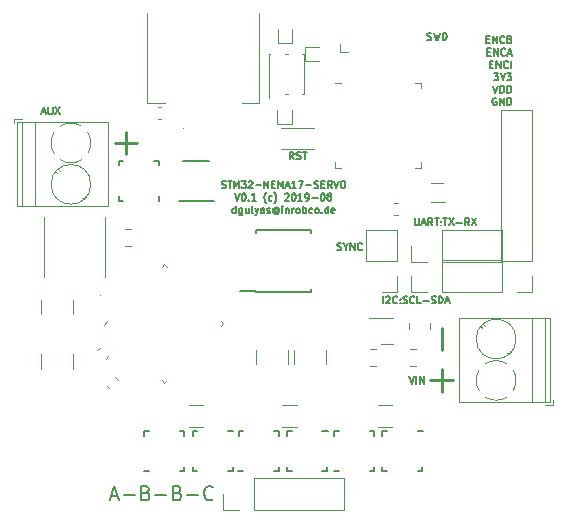
<source format=gto>
G04 #@! TF.GenerationSoftware,KiCad,Pcbnew,(5.1.0-1390-gc38e9d5c4)*
G04 #@! TF.CreationDate,2019-08-14T17:07:38-04:00*
G04 #@! TF.ProjectId,stm32-nema17-servo,73746d33-322d-46e6-956d-6131372d7365,rev?*
G04 #@! TF.SameCoordinates,Original*
G04 #@! TF.FileFunction,Legend,Top*
G04 #@! TF.FilePolarity,Positive*
%FSLAX46Y46*%
G04 Gerber Fmt 4.6, Leading zero omitted, Abs format (unit mm)*
G04 Created by KiCad (PCBNEW (5.1.0-1390-gc38e9d5c4)) date 2019-08-14 17:07:38*
%MOMM*%
%LPD*%
G04 APERTURE LIST*
%ADD10C,0.250000*%
%ADD11C,0.150000*%
%ADD12C,0.200000*%
%ADD13C,0.120000*%
%ADD14C,0.100000*%
G04 APERTURE END LIST*
D10*
X163378571Y-127552380D02*
X163378571Y-125647619D01*
D11*
X162185714Y-101242857D02*
X162271428Y-101271428D01*
X162414285Y-101271428D01*
X162471428Y-101242857D01*
X162500000Y-101214285D01*
X162528571Y-101157142D01*
X162528571Y-101100000D01*
X162500000Y-101042857D01*
X162471428Y-101014285D01*
X162414285Y-100985714D01*
X162300000Y-100957142D01*
X162242857Y-100928571D01*
X162214285Y-100900000D01*
X162185714Y-100842857D01*
X162185714Y-100785714D01*
X162214285Y-100728571D01*
X162242857Y-100700000D01*
X162300000Y-100671428D01*
X162442857Y-100671428D01*
X162528571Y-100700000D01*
X162728571Y-100671428D02*
X162871428Y-101271428D01*
X162985714Y-100842857D01*
X163100000Y-101271428D01*
X163242857Y-100671428D01*
X163471428Y-101271428D02*
X163471428Y-100671428D01*
X163614285Y-100671428D01*
X163700000Y-100700000D01*
X163757142Y-100757142D01*
X163785714Y-100814285D01*
X163814285Y-100928571D01*
X163814285Y-101014285D01*
X163785714Y-101128571D01*
X163757142Y-101185714D01*
X163700000Y-101242857D01*
X163614285Y-101271428D01*
X163471428Y-101271428D01*
X160642857Y-129771428D02*
X160842857Y-130371428D01*
X161042857Y-129771428D01*
X161242857Y-130371428D02*
X161242857Y-129771428D01*
X161528571Y-130371428D02*
X161528571Y-129771428D01*
X161871428Y-130371428D01*
X161871428Y-129771428D01*
D10*
X136678571Y-110952380D02*
X136678571Y-109047619D01*
X137630952Y-110000000D02*
X135726190Y-110000000D01*
D11*
X144757142Y-113792857D02*
X144842857Y-113821428D01*
X144985714Y-113821428D01*
X145042857Y-113792857D01*
X145071428Y-113764285D01*
X145100000Y-113707142D01*
X145100000Y-113650000D01*
X145071428Y-113592857D01*
X145042857Y-113564285D01*
X144985714Y-113535714D01*
X144871428Y-113507142D01*
X144814285Y-113478571D01*
X144785714Y-113450000D01*
X144757142Y-113392857D01*
X144757142Y-113335714D01*
X144785714Y-113278571D01*
X144814285Y-113250000D01*
X144871428Y-113221428D01*
X145014285Y-113221428D01*
X145100000Y-113250000D01*
X145271428Y-113221428D02*
X145614285Y-113221428D01*
X145442857Y-113821428D02*
X145442857Y-113221428D01*
X145814285Y-113821428D02*
X145814285Y-113221428D01*
X146014285Y-113650000D01*
X146214285Y-113221428D01*
X146214285Y-113821428D01*
X146442857Y-113221428D02*
X146814285Y-113221428D01*
X146614285Y-113450000D01*
X146700000Y-113450000D01*
X146757142Y-113478571D01*
X146785714Y-113507142D01*
X146814285Y-113564285D01*
X146814285Y-113707142D01*
X146785714Y-113764285D01*
X146757142Y-113792857D01*
X146700000Y-113821428D01*
X146528571Y-113821428D01*
X146471428Y-113792857D01*
X146442857Y-113764285D01*
X147042857Y-113278571D02*
X147071428Y-113250000D01*
X147128571Y-113221428D01*
X147271428Y-113221428D01*
X147328571Y-113250000D01*
X147357142Y-113278571D01*
X147385714Y-113335714D01*
X147385714Y-113392857D01*
X147357142Y-113478571D01*
X147014285Y-113821428D01*
X147385714Y-113821428D01*
X147642857Y-113592857D02*
X148100000Y-113592857D01*
X148385714Y-113821428D02*
X148385714Y-113221428D01*
X148728571Y-113821428D01*
X148728571Y-113221428D01*
X149014285Y-113507142D02*
X149214285Y-113507142D01*
X149300000Y-113821428D02*
X149014285Y-113821428D01*
X149014285Y-113221428D01*
X149300000Y-113221428D01*
X149557142Y-113821428D02*
X149557142Y-113221428D01*
X149757142Y-113650000D01*
X149957142Y-113221428D01*
X149957142Y-113821428D01*
X150214285Y-113650000D02*
X150500000Y-113650000D01*
X150157142Y-113821428D02*
X150357142Y-113221428D01*
X150557142Y-113821428D01*
X151071428Y-113821428D02*
X150728571Y-113821428D01*
X150900000Y-113821428D02*
X150900000Y-113221428D01*
X150842857Y-113307142D01*
X150785714Y-113364285D01*
X150728571Y-113392857D01*
X151271428Y-113221428D02*
X151671428Y-113221428D01*
X151414285Y-113821428D01*
X151900000Y-113592857D02*
X152357142Y-113592857D01*
X152614285Y-113792857D02*
X152700000Y-113821428D01*
X152842857Y-113821428D01*
X152900000Y-113792857D01*
X152928571Y-113764285D01*
X152957142Y-113707142D01*
X152957142Y-113650000D01*
X152928571Y-113592857D01*
X152900000Y-113564285D01*
X152842857Y-113535714D01*
X152728571Y-113507142D01*
X152671428Y-113478571D01*
X152642857Y-113450000D01*
X152614285Y-113392857D01*
X152614285Y-113335714D01*
X152642857Y-113278571D01*
X152671428Y-113250000D01*
X152728571Y-113221428D01*
X152871428Y-113221428D01*
X152957142Y-113250000D01*
X153214285Y-113507142D02*
X153414285Y-113507142D01*
X153500000Y-113821428D02*
X153214285Y-113821428D01*
X153214285Y-113221428D01*
X153500000Y-113221428D01*
X154100000Y-113821428D02*
X153900000Y-113535714D01*
X153757142Y-113821428D02*
X153757142Y-113221428D01*
X153985714Y-113221428D01*
X154042857Y-113250000D01*
X154071428Y-113278571D01*
X154100000Y-113335714D01*
X154100000Y-113421428D01*
X154071428Y-113478571D01*
X154042857Y-113507142D01*
X153985714Y-113535714D01*
X153757142Y-113535714D01*
X154271428Y-113221428D02*
X154471428Y-113821428D01*
X154671428Y-113221428D01*
X154985714Y-113221428D02*
X155100000Y-113221428D01*
X155157142Y-113250000D01*
X155214285Y-113307142D01*
X155242857Y-113421428D01*
X155242857Y-113621428D01*
X155214285Y-113735714D01*
X155157142Y-113792857D01*
X155100000Y-113821428D01*
X154985714Y-113821428D01*
X154928571Y-113792857D01*
X154871428Y-113735714D01*
X154842857Y-113621428D01*
X154842857Y-113421428D01*
X154871428Y-113307142D01*
X154928571Y-113250000D01*
X154985714Y-113221428D01*
X145885714Y-114271428D02*
X146085714Y-114871428D01*
X146285714Y-114271428D01*
X146600000Y-114271428D02*
X146657142Y-114271428D01*
X146714285Y-114300000D01*
X146742857Y-114328571D01*
X146771428Y-114385714D01*
X146800000Y-114500000D01*
X146800000Y-114642857D01*
X146771428Y-114757142D01*
X146742857Y-114814285D01*
X146714285Y-114842857D01*
X146657142Y-114871428D01*
X146600000Y-114871428D01*
X146542857Y-114842857D01*
X146514285Y-114814285D01*
X146485714Y-114757142D01*
X146457142Y-114642857D01*
X146457142Y-114500000D01*
X146485714Y-114385714D01*
X146514285Y-114328571D01*
X146542857Y-114300000D01*
X146600000Y-114271428D01*
X147057142Y-114814285D02*
X147085714Y-114842857D01*
X147057142Y-114871428D01*
X147028571Y-114842857D01*
X147057142Y-114814285D01*
X147057142Y-114871428D01*
X147657142Y-114871428D02*
X147314285Y-114871428D01*
X147485714Y-114871428D02*
X147485714Y-114271428D01*
X147428571Y-114357142D01*
X147371428Y-114414285D01*
X147314285Y-114442857D01*
X148542857Y-115100000D02*
X148514285Y-115071428D01*
X148457142Y-114985714D01*
X148428571Y-114928571D01*
X148400000Y-114842857D01*
X148371428Y-114700000D01*
X148371428Y-114585714D01*
X148400000Y-114442857D01*
X148428571Y-114357142D01*
X148457142Y-114300000D01*
X148514285Y-114214285D01*
X148542857Y-114185714D01*
X149028571Y-114842857D02*
X148971428Y-114871428D01*
X148857142Y-114871428D01*
X148800000Y-114842857D01*
X148771428Y-114814285D01*
X148742857Y-114757142D01*
X148742857Y-114585714D01*
X148771428Y-114528571D01*
X148800000Y-114500000D01*
X148857142Y-114471428D01*
X148971428Y-114471428D01*
X149028571Y-114500000D01*
X149228571Y-115100000D02*
X149257142Y-115071428D01*
X149314285Y-114985714D01*
X149342857Y-114928571D01*
X149371428Y-114842857D01*
X149400000Y-114700000D01*
X149400000Y-114585714D01*
X149371428Y-114442857D01*
X149342857Y-114357142D01*
X149314285Y-114300000D01*
X149257142Y-114214285D01*
X149228571Y-114185714D01*
X150114285Y-114328571D02*
X150142857Y-114300000D01*
X150200000Y-114271428D01*
X150342857Y-114271428D01*
X150400000Y-114300000D01*
X150428571Y-114328571D01*
X150457142Y-114385714D01*
X150457142Y-114442857D01*
X150428571Y-114528571D01*
X150085714Y-114871428D01*
X150457142Y-114871428D01*
X150828571Y-114271428D02*
X150885714Y-114271428D01*
X150942857Y-114300000D01*
X150971428Y-114328571D01*
X151000000Y-114385714D01*
X151028571Y-114500000D01*
X151028571Y-114642857D01*
X151000000Y-114757142D01*
X150971428Y-114814285D01*
X150942857Y-114842857D01*
X150885714Y-114871428D01*
X150828571Y-114871428D01*
X150771428Y-114842857D01*
X150742857Y-114814285D01*
X150714285Y-114757142D01*
X150685714Y-114642857D01*
X150685714Y-114500000D01*
X150714285Y-114385714D01*
X150742857Y-114328571D01*
X150771428Y-114300000D01*
X150828571Y-114271428D01*
X151600000Y-114871428D02*
X151257142Y-114871428D01*
X151428571Y-114871428D02*
X151428571Y-114271428D01*
X151371428Y-114357142D01*
X151314285Y-114414285D01*
X151257142Y-114442857D01*
X151885714Y-114871428D02*
X152000000Y-114871428D01*
X152057142Y-114842857D01*
X152085714Y-114814285D01*
X152142857Y-114728571D01*
X152171428Y-114614285D01*
X152171428Y-114385714D01*
X152142857Y-114328571D01*
X152114285Y-114300000D01*
X152057142Y-114271428D01*
X151942857Y-114271428D01*
X151885714Y-114300000D01*
X151857142Y-114328571D01*
X151828571Y-114385714D01*
X151828571Y-114528571D01*
X151857142Y-114585714D01*
X151885714Y-114614285D01*
X151942857Y-114642857D01*
X152057142Y-114642857D01*
X152114285Y-114614285D01*
X152142857Y-114585714D01*
X152171428Y-114528571D01*
X152428571Y-114642857D02*
X152885714Y-114642857D01*
X153285714Y-114271428D02*
X153342857Y-114271428D01*
X153400000Y-114300000D01*
X153428571Y-114328571D01*
X153457142Y-114385714D01*
X153485714Y-114500000D01*
X153485714Y-114642857D01*
X153457142Y-114757142D01*
X153428571Y-114814285D01*
X153400000Y-114842857D01*
X153342857Y-114871428D01*
X153285714Y-114871428D01*
X153228571Y-114842857D01*
X153200000Y-114814285D01*
X153171428Y-114757142D01*
X153142857Y-114642857D01*
X153142857Y-114500000D01*
X153171428Y-114385714D01*
X153200000Y-114328571D01*
X153228571Y-114300000D01*
X153285714Y-114271428D01*
X153828571Y-114528571D02*
X153771428Y-114500000D01*
X153742857Y-114471428D01*
X153714285Y-114414285D01*
X153714285Y-114385714D01*
X153742857Y-114328571D01*
X153771428Y-114300000D01*
X153828571Y-114271428D01*
X153942857Y-114271428D01*
X154000000Y-114300000D01*
X154028571Y-114328571D01*
X154057142Y-114385714D01*
X154057142Y-114414285D01*
X154028571Y-114471428D01*
X154000000Y-114500000D01*
X153942857Y-114528571D01*
X153828571Y-114528571D01*
X153771428Y-114557142D01*
X153742857Y-114585714D01*
X153714285Y-114642857D01*
X153714285Y-114757142D01*
X153742857Y-114814285D01*
X153771428Y-114842857D01*
X153828571Y-114871428D01*
X153942857Y-114871428D01*
X154000000Y-114842857D01*
X154028571Y-114814285D01*
X154057142Y-114757142D01*
X154057142Y-114642857D01*
X154028571Y-114585714D01*
X154000000Y-114557142D01*
X153942857Y-114528571D01*
X145957142Y-115921428D02*
X145957142Y-115321428D01*
X145957142Y-115892857D02*
X145900000Y-115921428D01*
X145785714Y-115921428D01*
X145728571Y-115892857D01*
X145700000Y-115864285D01*
X145671428Y-115807142D01*
X145671428Y-115635714D01*
X145700000Y-115578571D01*
X145728571Y-115550000D01*
X145785714Y-115521428D01*
X145900000Y-115521428D01*
X145957142Y-115550000D01*
X146500000Y-115521428D02*
X146500000Y-116007142D01*
X146471428Y-116064285D01*
X146442857Y-116092857D01*
X146385714Y-116121428D01*
X146300000Y-116121428D01*
X146242857Y-116092857D01*
X146500000Y-115892857D02*
X146442857Y-115921428D01*
X146328571Y-115921428D01*
X146271428Y-115892857D01*
X146242857Y-115864285D01*
X146214285Y-115807142D01*
X146214285Y-115635714D01*
X146242857Y-115578571D01*
X146271428Y-115550000D01*
X146328571Y-115521428D01*
X146442857Y-115521428D01*
X146500000Y-115550000D01*
X147042857Y-115521428D02*
X147042857Y-115921428D01*
X146785714Y-115521428D02*
X146785714Y-115835714D01*
X146814285Y-115892857D01*
X146871428Y-115921428D01*
X146957142Y-115921428D01*
X147014285Y-115892857D01*
X147042857Y-115864285D01*
X147414285Y-115921428D02*
X147357142Y-115892857D01*
X147328571Y-115835714D01*
X147328571Y-115321428D01*
X147585714Y-115521428D02*
X147728571Y-115921428D01*
X147871428Y-115521428D02*
X147728571Y-115921428D01*
X147671428Y-116064285D01*
X147642857Y-116092857D01*
X147585714Y-116121428D01*
X148357142Y-115921428D02*
X148357142Y-115607142D01*
X148328571Y-115550000D01*
X148271428Y-115521428D01*
X148157142Y-115521428D01*
X148100000Y-115550000D01*
X148357142Y-115892857D02*
X148300000Y-115921428D01*
X148157142Y-115921428D01*
X148100000Y-115892857D01*
X148071428Y-115835714D01*
X148071428Y-115778571D01*
X148100000Y-115721428D01*
X148157142Y-115692857D01*
X148300000Y-115692857D01*
X148357142Y-115664285D01*
X148614285Y-115892857D02*
X148671428Y-115921428D01*
X148785714Y-115921428D01*
X148842857Y-115892857D01*
X148871428Y-115835714D01*
X148871428Y-115807142D01*
X148842857Y-115750000D01*
X148785714Y-115721428D01*
X148700000Y-115721428D01*
X148642857Y-115692857D01*
X148614285Y-115635714D01*
X148614285Y-115607142D01*
X148642857Y-115550000D01*
X148700000Y-115521428D01*
X148785714Y-115521428D01*
X148842857Y-115550000D01*
X149500000Y-115635714D02*
X149471428Y-115607142D01*
X149414285Y-115578571D01*
X149357142Y-115578571D01*
X149300000Y-115607142D01*
X149271428Y-115635714D01*
X149242857Y-115692857D01*
X149242857Y-115750000D01*
X149271428Y-115807142D01*
X149300000Y-115835714D01*
X149357142Y-115864285D01*
X149414285Y-115864285D01*
X149471428Y-115835714D01*
X149500000Y-115807142D01*
X149500000Y-115578571D02*
X149500000Y-115807142D01*
X149528571Y-115835714D01*
X149557142Y-115835714D01*
X149614285Y-115807142D01*
X149642857Y-115750000D01*
X149642857Y-115607142D01*
X149585714Y-115521428D01*
X149500000Y-115464285D01*
X149385714Y-115435714D01*
X149271428Y-115464285D01*
X149185714Y-115521428D01*
X149128571Y-115607142D01*
X149100000Y-115721428D01*
X149128571Y-115835714D01*
X149185714Y-115921428D01*
X149271428Y-115978571D01*
X149385714Y-116007142D01*
X149500000Y-115978571D01*
X149585714Y-115921428D01*
X149900000Y-115921428D02*
X149900000Y-115521428D01*
X149900000Y-115321428D02*
X149871428Y-115350000D01*
X149900000Y-115378571D01*
X149928571Y-115350000D01*
X149900000Y-115321428D01*
X149900000Y-115378571D01*
X150185714Y-115521428D02*
X150185714Y-115921428D01*
X150185714Y-115578571D02*
X150214285Y-115550000D01*
X150271428Y-115521428D01*
X150357142Y-115521428D01*
X150414285Y-115550000D01*
X150442857Y-115607142D01*
X150442857Y-115921428D01*
X150728571Y-115921428D02*
X150728571Y-115521428D01*
X150728571Y-115635714D02*
X150757142Y-115578571D01*
X150785714Y-115550000D01*
X150842857Y-115521428D01*
X150900000Y-115521428D01*
X151185714Y-115921428D02*
X151128571Y-115892857D01*
X151100000Y-115864285D01*
X151071428Y-115807142D01*
X151071428Y-115635714D01*
X151100000Y-115578571D01*
X151128571Y-115550000D01*
X151185714Y-115521428D01*
X151271428Y-115521428D01*
X151328571Y-115550000D01*
X151357142Y-115578571D01*
X151385714Y-115635714D01*
X151385714Y-115807142D01*
X151357142Y-115864285D01*
X151328571Y-115892857D01*
X151271428Y-115921428D01*
X151185714Y-115921428D01*
X151642857Y-115921428D02*
X151642857Y-115321428D01*
X151642857Y-115550000D02*
X151700000Y-115521428D01*
X151814285Y-115521428D01*
X151871428Y-115550000D01*
X151900000Y-115578571D01*
X151928571Y-115635714D01*
X151928571Y-115807142D01*
X151900000Y-115864285D01*
X151871428Y-115892857D01*
X151814285Y-115921428D01*
X151700000Y-115921428D01*
X151642857Y-115892857D01*
X152442857Y-115892857D02*
X152385714Y-115921428D01*
X152271428Y-115921428D01*
X152214285Y-115892857D01*
X152185714Y-115864285D01*
X152157142Y-115807142D01*
X152157142Y-115635714D01*
X152185714Y-115578571D01*
X152214285Y-115550000D01*
X152271428Y-115521428D01*
X152385714Y-115521428D01*
X152442857Y-115550000D01*
X152785714Y-115921428D02*
X152728571Y-115892857D01*
X152700000Y-115864285D01*
X152671428Y-115807142D01*
X152671428Y-115635714D01*
X152700000Y-115578571D01*
X152728571Y-115550000D01*
X152785714Y-115521428D01*
X152871428Y-115521428D01*
X152928571Y-115550000D01*
X152957142Y-115578571D01*
X152985714Y-115635714D01*
X152985714Y-115807142D01*
X152957142Y-115864285D01*
X152928571Y-115892857D01*
X152871428Y-115921428D01*
X152785714Y-115921428D01*
X153242857Y-115864285D02*
X153271428Y-115892857D01*
X153242857Y-115921428D01*
X153214285Y-115892857D01*
X153242857Y-115864285D01*
X153242857Y-115921428D01*
X153785714Y-115921428D02*
X153785714Y-115321428D01*
X153785714Y-115892857D02*
X153728571Y-115921428D01*
X153614285Y-115921428D01*
X153557142Y-115892857D01*
X153528571Y-115864285D01*
X153500000Y-115807142D01*
X153500000Y-115635714D01*
X153528571Y-115578571D01*
X153557142Y-115550000D01*
X153614285Y-115521428D01*
X153728571Y-115521428D01*
X153785714Y-115550000D01*
X154300000Y-115892857D02*
X154242857Y-115921428D01*
X154128571Y-115921428D01*
X154071428Y-115892857D01*
X154042857Y-115835714D01*
X154042857Y-115607142D01*
X154071428Y-115550000D01*
X154128571Y-115521428D01*
X154242857Y-115521428D01*
X154300000Y-115550000D01*
X154328571Y-115607142D01*
X154328571Y-115664285D01*
X154042857Y-115721428D01*
D12*
X135385714Y-139900000D02*
X135957142Y-139900000D01*
X135271428Y-140242857D02*
X135671428Y-139042857D01*
X136071428Y-140242857D01*
X136471428Y-139785714D02*
X137385714Y-139785714D01*
X138357142Y-139614285D02*
X138528571Y-139671428D01*
X138585714Y-139728571D01*
X138642857Y-139842857D01*
X138642857Y-140014285D01*
X138585714Y-140128571D01*
X138528571Y-140185714D01*
X138414285Y-140242857D01*
X137957142Y-140242857D01*
X137957142Y-139042857D01*
X138357142Y-139042857D01*
X138471428Y-139100000D01*
X138528571Y-139157142D01*
X138585714Y-139271428D01*
X138585714Y-139385714D01*
X138528571Y-139500000D01*
X138471428Y-139557142D01*
X138357142Y-139614285D01*
X137957142Y-139614285D01*
X139157142Y-139785714D02*
X140071428Y-139785714D01*
X141042857Y-139614285D02*
X141214285Y-139671428D01*
X141271428Y-139728571D01*
X141328571Y-139842857D01*
X141328571Y-140014285D01*
X141271428Y-140128571D01*
X141214285Y-140185714D01*
X141100000Y-140242857D01*
X140642857Y-140242857D01*
X140642857Y-139042857D01*
X141042857Y-139042857D01*
X141157142Y-139100000D01*
X141214285Y-139157142D01*
X141271428Y-139271428D01*
X141271428Y-139385714D01*
X141214285Y-139500000D01*
X141157142Y-139557142D01*
X141042857Y-139614285D01*
X140642857Y-139614285D01*
X141842857Y-139785714D02*
X142757142Y-139785714D01*
X144014285Y-140128571D02*
X143957142Y-140185714D01*
X143785714Y-140242857D01*
X143671428Y-140242857D01*
X143500000Y-140185714D01*
X143385714Y-140071428D01*
X143328571Y-139957142D01*
X143271428Y-139728571D01*
X143271428Y-139557142D01*
X143328571Y-139328571D01*
X143385714Y-139214285D01*
X143500000Y-139100000D01*
X143671428Y-139042857D01*
X143785714Y-139042857D01*
X143957142Y-139100000D01*
X144014285Y-139157142D01*
D11*
X129557142Y-107400000D02*
X129842857Y-107400000D01*
X129500000Y-107571428D02*
X129700000Y-106971428D01*
X129900000Y-107571428D01*
X130100000Y-106971428D02*
X130100000Y-107457142D01*
X130128571Y-107514285D01*
X130157142Y-107542857D01*
X130214285Y-107571428D01*
X130328571Y-107571428D01*
X130385714Y-107542857D01*
X130414285Y-107514285D01*
X130442857Y-107457142D01*
X130442857Y-106971428D01*
X130671428Y-106971428D02*
X131071428Y-107571428D01*
X131071428Y-106971428D02*
X130671428Y-107571428D01*
D10*
X163378571Y-131052380D02*
X163378571Y-129147619D01*
X164330952Y-130100000D02*
X162426190Y-130100000D01*
D11*
X167173928Y-101232142D02*
X167373928Y-101232142D01*
X167459642Y-101546428D02*
X167173928Y-101546428D01*
X167173928Y-100946428D01*
X167459642Y-100946428D01*
X167716785Y-101546428D02*
X167716785Y-100946428D01*
X168059642Y-101546428D01*
X168059642Y-100946428D01*
X168688214Y-101489285D02*
X168659642Y-101517857D01*
X168573928Y-101546428D01*
X168516785Y-101546428D01*
X168431071Y-101517857D01*
X168373928Y-101460714D01*
X168345357Y-101403571D01*
X168316785Y-101289285D01*
X168316785Y-101203571D01*
X168345357Y-101089285D01*
X168373928Y-101032142D01*
X168431071Y-100975000D01*
X168516785Y-100946428D01*
X168573928Y-100946428D01*
X168659642Y-100975000D01*
X168688214Y-101003571D01*
X169145357Y-101232142D02*
X169231071Y-101260714D01*
X169259642Y-101289285D01*
X169288214Y-101346428D01*
X169288214Y-101432142D01*
X169259642Y-101489285D01*
X169231071Y-101517857D01*
X169173928Y-101546428D01*
X168945357Y-101546428D01*
X168945357Y-100946428D01*
X169145357Y-100946428D01*
X169202500Y-100975000D01*
X169231071Y-101003571D01*
X169259642Y-101060714D01*
X169259642Y-101117857D01*
X169231071Y-101175000D01*
X169202500Y-101203571D01*
X169145357Y-101232142D01*
X168945357Y-101232142D01*
X167259642Y-102282142D02*
X167459642Y-102282142D01*
X167545357Y-102596428D02*
X167259642Y-102596428D01*
X167259642Y-101996428D01*
X167545357Y-101996428D01*
X167802500Y-102596428D02*
X167802500Y-101996428D01*
X168145357Y-102596428D01*
X168145357Y-101996428D01*
X168773928Y-102539285D02*
X168745357Y-102567857D01*
X168659642Y-102596428D01*
X168602500Y-102596428D01*
X168516785Y-102567857D01*
X168459642Y-102510714D01*
X168431071Y-102453571D01*
X168402500Y-102339285D01*
X168402500Y-102253571D01*
X168431071Y-102139285D01*
X168459642Y-102082142D01*
X168516785Y-102025000D01*
X168602500Y-101996428D01*
X168659642Y-101996428D01*
X168745357Y-102025000D01*
X168773928Y-102053571D01*
X169002500Y-102425000D02*
X169288214Y-102425000D01*
X168945357Y-102596428D02*
X169145357Y-101996428D01*
X169345357Y-102596428D01*
X167488214Y-103332142D02*
X167688214Y-103332142D01*
X167773928Y-103646428D02*
X167488214Y-103646428D01*
X167488214Y-103046428D01*
X167773928Y-103046428D01*
X168031071Y-103646428D02*
X168031071Y-103046428D01*
X168373928Y-103646428D01*
X168373928Y-103046428D01*
X169002500Y-103589285D02*
X168973928Y-103617857D01*
X168888214Y-103646428D01*
X168831071Y-103646428D01*
X168745357Y-103617857D01*
X168688214Y-103560714D01*
X168659642Y-103503571D01*
X168631071Y-103389285D01*
X168631071Y-103303571D01*
X168659642Y-103189285D01*
X168688214Y-103132142D01*
X168745357Y-103075000D01*
X168831071Y-103046428D01*
X168888214Y-103046428D01*
X168973928Y-103075000D01*
X169002500Y-103103571D01*
X169259642Y-103646428D02*
X169259642Y-103046428D01*
X167831071Y-104096428D02*
X168202500Y-104096428D01*
X168002500Y-104325000D01*
X168088214Y-104325000D01*
X168145357Y-104353571D01*
X168173928Y-104382142D01*
X168202500Y-104439285D01*
X168202500Y-104582142D01*
X168173928Y-104639285D01*
X168145357Y-104667857D01*
X168088214Y-104696428D01*
X167916785Y-104696428D01*
X167859642Y-104667857D01*
X167831071Y-104639285D01*
X168373928Y-104096428D02*
X168573928Y-104696428D01*
X168773928Y-104096428D01*
X168916785Y-104096428D02*
X169288214Y-104096428D01*
X169088214Y-104325000D01*
X169173928Y-104325000D01*
X169231071Y-104353571D01*
X169259642Y-104382142D01*
X169288214Y-104439285D01*
X169288214Y-104582142D01*
X169259642Y-104639285D01*
X169231071Y-104667857D01*
X169173928Y-104696428D01*
X169002500Y-104696428D01*
X168945357Y-104667857D01*
X168916785Y-104639285D01*
X167745357Y-105146428D02*
X167945357Y-105746428D01*
X168145357Y-105146428D01*
X168345357Y-105746428D02*
X168345357Y-105146428D01*
X168488214Y-105146428D01*
X168573928Y-105175000D01*
X168631071Y-105232142D01*
X168659642Y-105289285D01*
X168688214Y-105403571D01*
X168688214Y-105489285D01*
X168659642Y-105603571D01*
X168631071Y-105660714D01*
X168573928Y-105717857D01*
X168488214Y-105746428D01*
X168345357Y-105746428D01*
X168945357Y-105746428D02*
X168945357Y-105146428D01*
X169088214Y-105146428D01*
X169173928Y-105175000D01*
X169231071Y-105232142D01*
X169259642Y-105289285D01*
X169288214Y-105403571D01*
X169288214Y-105489285D01*
X169259642Y-105603571D01*
X169231071Y-105660714D01*
X169173928Y-105717857D01*
X169088214Y-105746428D01*
X168945357Y-105746428D01*
X168031071Y-106225000D02*
X167973928Y-106196428D01*
X167888214Y-106196428D01*
X167802500Y-106225000D01*
X167745357Y-106282142D01*
X167716785Y-106339285D01*
X167688214Y-106453571D01*
X167688214Y-106539285D01*
X167716785Y-106653571D01*
X167745357Y-106710714D01*
X167802500Y-106767857D01*
X167888214Y-106796428D01*
X167945357Y-106796428D01*
X168031071Y-106767857D01*
X168059642Y-106739285D01*
X168059642Y-106539285D01*
X167945357Y-106539285D01*
X168316785Y-106796428D02*
X168316785Y-106196428D01*
X168659642Y-106796428D01*
X168659642Y-106196428D01*
X168945357Y-106796428D02*
X168945357Y-106196428D01*
X169088214Y-106196428D01*
X169173928Y-106225000D01*
X169231071Y-106282142D01*
X169259642Y-106339285D01*
X169288214Y-106453571D01*
X169288214Y-106539285D01*
X169259642Y-106653571D01*
X169231071Y-106710714D01*
X169173928Y-106767857D01*
X169088214Y-106796428D01*
X168945357Y-106796428D01*
X154557142Y-119042857D02*
X154642857Y-119071428D01*
X154785714Y-119071428D01*
X154842857Y-119042857D01*
X154871428Y-119014285D01*
X154900000Y-118957142D01*
X154900000Y-118900000D01*
X154871428Y-118842857D01*
X154842857Y-118814285D01*
X154785714Y-118785714D01*
X154671428Y-118757142D01*
X154614285Y-118728571D01*
X154585714Y-118700000D01*
X154557142Y-118642857D01*
X154557142Y-118585714D01*
X154585714Y-118528571D01*
X154614285Y-118500000D01*
X154671428Y-118471428D01*
X154814285Y-118471428D01*
X154900000Y-118500000D01*
X155271428Y-118785714D02*
X155271428Y-119071428D01*
X155071428Y-118471428D02*
X155271428Y-118785714D01*
X155471428Y-118471428D01*
X155671428Y-119071428D02*
X155671428Y-118471428D01*
X156014285Y-119071428D01*
X156014285Y-118471428D01*
X156642857Y-119014285D02*
X156614285Y-119042857D01*
X156528571Y-119071428D01*
X156471428Y-119071428D01*
X156385714Y-119042857D01*
X156328571Y-118985714D01*
X156300000Y-118928571D01*
X156271428Y-118814285D01*
X156271428Y-118728571D01*
X156300000Y-118614285D01*
X156328571Y-118557142D01*
X156385714Y-118500000D01*
X156471428Y-118471428D01*
X156528571Y-118471428D01*
X156614285Y-118500000D01*
X156642857Y-118528571D01*
X161128571Y-116371428D02*
X161128571Y-116857142D01*
X161157142Y-116914285D01*
X161185714Y-116942857D01*
X161242857Y-116971428D01*
X161357142Y-116971428D01*
X161414285Y-116942857D01*
X161442857Y-116914285D01*
X161471428Y-116857142D01*
X161471428Y-116371428D01*
X161728571Y-116800000D02*
X162014285Y-116800000D01*
X161671428Y-116971428D02*
X161871428Y-116371428D01*
X162071428Y-116971428D01*
X162614285Y-116971428D02*
X162414285Y-116685714D01*
X162271428Y-116971428D02*
X162271428Y-116371428D01*
X162500000Y-116371428D01*
X162557142Y-116400000D01*
X162585714Y-116428571D01*
X162614285Y-116485714D01*
X162614285Y-116571428D01*
X162585714Y-116628571D01*
X162557142Y-116657142D01*
X162500000Y-116685714D01*
X162271428Y-116685714D01*
X162785714Y-116371428D02*
X163128571Y-116371428D01*
X162957142Y-116971428D02*
X162957142Y-116371428D01*
X163328571Y-116914285D02*
X163357142Y-116942857D01*
X163328571Y-116971428D01*
X163300000Y-116942857D01*
X163328571Y-116914285D01*
X163328571Y-116971428D01*
X163328571Y-116600000D02*
X163357142Y-116628571D01*
X163328571Y-116657142D01*
X163300000Y-116628571D01*
X163328571Y-116600000D01*
X163328571Y-116657142D01*
X163528571Y-116371428D02*
X163871428Y-116371428D01*
X163700000Y-116971428D02*
X163700000Y-116371428D01*
X164014285Y-116371428D02*
X164414285Y-116971428D01*
X164414285Y-116371428D02*
X164014285Y-116971428D01*
X164642857Y-116742857D02*
X165100000Y-116742857D01*
X165728571Y-116971428D02*
X165528571Y-116685714D01*
X165385714Y-116971428D02*
X165385714Y-116371428D01*
X165614285Y-116371428D01*
X165671428Y-116400000D01*
X165700000Y-116428571D01*
X165728571Y-116485714D01*
X165728571Y-116571428D01*
X165700000Y-116628571D01*
X165671428Y-116657142D01*
X165614285Y-116685714D01*
X165385714Y-116685714D01*
X165928571Y-116371428D02*
X166328571Y-116971428D01*
X166328571Y-116371428D02*
X165928571Y-116971428D01*
X158428571Y-123571428D02*
X158428571Y-122971428D01*
X158685714Y-123028571D02*
X158714285Y-123000000D01*
X158771428Y-122971428D01*
X158914285Y-122971428D01*
X158971428Y-123000000D01*
X159000000Y-123028571D01*
X159028571Y-123085714D01*
X159028571Y-123142857D01*
X159000000Y-123228571D01*
X158657142Y-123571428D01*
X159028571Y-123571428D01*
X159628571Y-123514285D02*
X159600000Y-123542857D01*
X159514285Y-123571428D01*
X159457142Y-123571428D01*
X159371428Y-123542857D01*
X159314285Y-123485714D01*
X159285714Y-123428571D01*
X159257142Y-123314285D01*
X159257142Y-123228571D01*
X159285714Y-123114285D01*
X159314285Y-123057142D01*
X159371428Y-123000000D01*
X159457142Y-122971428D01*
X159514285Y-122971428D01*
X159600000Y-123000000D01*
X159628571Y-123028571D01*
X159885714Y-123514285D02*
X159914285Y-123542857D01*
X159885714Y-123571428D01*
X159857142Y-123542857D01*
X159885714Y-123514285D01*
X159885714Y-123571428D01*
X159885714Y-123200000D02*
X159914285Y-123228571D01*
X159885714Y-123257142D01*
X159857142Y-123228571D01*
X159885714Y-123200000D01*
X159885714Y-123257142D01*
X160142857Y-123542857D02*
X160228571Y-123571428D01*
X160371428Y-123571428D01*
X160428571Y-123542857D01*
X160457142Y-123514285D01*
X160485714Y-123457142D01*
X160485714Y-123400000D01*
X160457142Y-123342857D01*
X160428571Y-123314285D01*
X160371428Y-123285714D01*
X160257142Y-123257142D01*
X160200000Y-123228571D01*
X160171428Y-123200000D01*
X160142857Y-123142857D01*
X160142857Y-123085714D01*
X160171428Y-123028571D01*
X160200000Y-123000000D01*
X160257142Y-122971428D01*
X160400000Y-122971428D01*
X160485714Y-123000000D01*
X161085714Y-123514285D02*
X161057142Y-123542857D01*
X160971428Y-123571428D01*
X160914285Y-123571428D01*
X160828571Y-123542857D01*
X160771428Y-123485714D01*
X160742857Y-123428571D01*
X160714285Y-123314285D01*
X160714285Y-123228571D01*
X160742857Y-123114285D01*
X160771428Y-123057142D01*
X160828571Y-123000000D01*
X160914285Y-122971428D01*
X160971428Y-122971428D01*
X161057142Y-123000000D01*
X161085714Y-123028571D01*
X161628571Y-123571428D02*
X161342857Y-123571428D01*
X161342857Y-122971428D01*
X161828571Y-123342857D02*
X162285714Y-123342857D01*
X162542857Y-123542857D02*
X162628571Y-123571428D01*
X162771428Y-123571428D01*
X162828571Y-123542857D01*
X162857142Y-123514285D01*
X162885714Y-123457142D01*
X162885714Y-123400000D01*
X162857142Y-123342857D01*
X162828571Y-123314285D01*
X162771428Y-123285714D01*
X162657142Y-123257142D01*
X162600000Y-123228571D01*
X162571428Y-123200000D01*
X162542857Y-123142857D01*
X162542857Y-123085714D01*
X162571428Y-123028571D01*
X162600000Y-123000000D01*
X162657142Y-122971428D01*
X162800000Y-122971428D01*
X162885714Y-123000000D01*
X163142857Y-123571428D02*
X163142857Y-122971428D01*
X163285714Y-122971428D01*
X163371428Y-123000000D01*
X163428571Y-123057142D01*
X163457142Y-123114285D01*
X163485714Y-123228571D01*
X163485714Y-123314285D01*
X163457142Y-123428571D01*
X163428571Y-123485714D01*
X163371428Y-123542857D01*
X163285714Y-123571428D01*
X163142857Y-123571428D01*
X163714285Y-123400000D02*
X164000000Y-123400000D01*
X163657142Y-123571428D02*
X163857142Y-122971428D01*
X164057142Y-123571428D01*
X150871428Y-111371428D02*
X150671428Y-111085714D01*
X150528571Y-111371428D02*
X150528571Y-110771428D01*
X150757142Y-110771428D01*
X150814285Y-110800000D01*
X150842857Y-110828571D01*
X150871428Y-110885714D01*
X150871428Y-110971428D01*
X150842857Y-111028571D01*
X150814285Y-111057142D01*
X150757142Y-111085714D01*
X150528571Y-111085714D01*
X151100000Y-111342857D02*
X151185714Y-111371428D01*
X151328571Y-111371428D01*
X151385714Y-111342857D01*
X151414285Y-111314285D01*
X151442857Y-111257142D01*
X151442857Y-111200000D01*
X151414285Y-111142857D01*
X151385714Y-111114285D01*
X151328571Y-111085714D01*
X151214285Y-111057142D01*
X151157142Y-111028571D01*
X151128571Y-111000000D01*
X151100000Y-110942857D01*
X151100000Y-110885714D01*
X151128571Y-110828571D01*
X151157142Y-110800000D01*
X151214285Y-110771428D01*
X151357142Y-110771428D01*
X151442857Y-110800000D01*
X151614285Y-110771428D02*
X151957142Y-110771428D01*
X151785714Y-111371428D02*
X151785714Y-110771428D01*
D13*
X147950000Y-106600000D02*
X146450000Y-106600000D01*
X147950000Y-106600000D02*
X147950000Y-99000000D01*
X138450000Y-106600000D02*
X138450000Y-99000000D01*
X139950000Y-106600000D02*
X138450000Y-106600000D01*
X134945522Y-128275727D02*
X135175727Y-128045522D01*
X134224273Y-127554478D02*
X134454478Y-127324273D01*
X159630000Y-117400000D02*
X156970000Y-117400000D01*
X159630000Y-120000000D02*
X159630000Y-117400000D01*
X156970000Y-120000000D02*
X156970000Y-117400000D01*
X159630000Y-120000000D02*
X156970000Y-120000000D01*
X159630000Y-121270000D02*
X159630000Y-122600000D01*
X159630000Y-122600000D02*
X158300000Y-122600000D01*
X149800000Y-108700000D02*
X152600000Y-108700000D01*
X149800000Y-110500000D02*
X152600000Y-110500000D01*
D11*
X147675000Y-122500000D02*
X146325000Y-122500000D01*
X152325000Y-117375000D02*
X147675000Y-117375000D01*
X152325000Y-122625000D02*
X147675000Y-122625000D01*
X152325000Y-117375000D02*
X152325000Y-117600000D01*
X147675000Y-117375000D02*
X147675000Y-117600000D01*
X152325000Y-122625000D02*
X152325000Y-122400000D01*
X147675000Y-122625000D02*
X147675000Y-122500000D01*
D13*
X150890000Y-128752064D02*
X150890000Y-127547936D01*
X153610000Y-128752064D02*
X153610000Y-127547936D01*
X147690000Y-128752064D02*
X147690000Y-127547936D01*
X150410000Y-128752064D02*
X150410000Y-127547936D01*
X157291422Y-127440000D02*
X157808578Y-127440000D01*
X157291422Y-128860000D02*
X157808578Y-128860000D01*
X129440000Y-129102064D02*
X129440000Y-127897936D01*
X132160000Y-129102064D02*
X132160000Y-127897936D01*
X132160000Y-123297936D02*
X132160000Y-124502064D01*
X129440000Y-123297936D02*
X129440000Y-124502064D01*
X168520000Y-122600000D02*
X168520000Y-119940000D01*
X163380000Y-122600000D02*
X168520000Y-122600000D01*
X163380000Y-119940000D02*
X168520000Y-119940000D01*
X163380000Y-122600000D02*
X163380000Y-119940000D01*
X162110000Y-122600000D02*
X160780000Y-122600000D01*
X160780000Y-122600000D02*
X160780000Y-121270000D01*
X168520000Y-120060000D02*
X168520000Y-117400000D01*
X163380000Y-120060000D02*
X168520000Y-120060000D01*
X163380000Y-117400000D02*
X168520000Y-117400000D01*
X163380000Y-120060000D02*
X163380000Y-117400000D01*
X162110000Y-120060000D02*
X160780000Y-120060000D01*
X160780000Y-120060000D02*
X160780000Y-118730000D01*
X151840000Y-103060000D02*
X151840000Y-101840000D01*
X153000000Y-103060000D02*
X151840000Y-103060000D01*
X151840000Y-101840000D02*
X153000000Y-101840000D01*
X150760000Y-101510000D02*
X149540000Y-101510000D01*
X150760000Y-100350000D02*
X150760000Y-101510000D01*
X149540000Y-101510000D02*
X149540000Y-100350000D01*
X150710000Y-108360000D02*
X149490000Y-108360000D01*
X150710000Y-107200000D02*
X150710000Y-108360000D01*
X149490000Y-108360000D02*
X149490000Y-107200000D01*
X148895000Y-102440000D02*
X148740000Y-102440000D01*
X150155000Y-102440000D02*
X150345000Y-102440000D01*
X151605000Y-105860000D02*
X151760000Y-105860000D01*
X150155000Y-105860000D02*
X150345000Y-105860000D01*
X151605000Y-102440000D02*
X151760000Y-102440000D01*
X151760000Y-105860000D02*
X151760000Y-102440000D01*
X148740000Y-106150000D02*
X148740000Y-102440000D01*
X154865000Y-104890000D02*
X154390000Y-104890000D01*
X161610000Y-112110000D02*
X161610000Y-111635000D01*
X161135000Y-112110000D02*
X161610000Y-112110000D01*
X154390000Y-112110000D02*
X154390000Y-111635000D01*
X154865000Y-112110000D02*
X154390000Y-112110000D01*
X161610000Y-104890000D02*
X161610000Y-105365000D01*
X161135000Y-104890000D02*
X161610000Y-104890000D01*
X135085595Y-125070935D02*
X134767397Y-125389133D01*
X139893921Y-130303525D02*
X139681789Y-130091393D01*
X140106053Y-130091393D02*
X139893921Y-130303525D01*
X144914379Y-125283067D02*
X144702247Y-125070935D01*
X144702247Y-125495199D02*
X144914379Y-125283067D01*
X139893921Y-120262609D02*
X140106053Y-120474741D01*
X139681789Y-120474741D02*
X139893921Y-120262609D01*
D11*
X145700000Y-137800000D02*
X145300000Y-137800000D01*
X145700000Y-137800000D02*
X145700000Y-137400000D01*
X142300000Y-137800000D02*
X142700000Y-137800000D01*
X142300000Y-137800000D02*
X142300000Y-137400000D01*
X142300000Y-134400000D02*
X142300000Y-134800000D01*
X142700000Y-134400000D02*
X142300000Y-134400000D01*
X145300000Y-134400000D02*
X145750000Y-134400000D01*
X136050000Y-114900000D02*
X136050000Y-114500000D01*
X136050000Y-114900000D02*
X136450000Y-114900000D01*
X136050000Y-111500000D02*
X136050000Y-111900000D01*
X136050000Y-111500000D02*
X136450000Y-111500000D01*
X139450000Y-111500000D02*
X139050000Y-111500000D01*
X139450000Y-111900000D02*
X139450000Y-111500000D01*
X139450000Y-114500000D02*
X139450000Y-114950000D01*
X146200000Y-134400000D02*
X146600000Y-134400000D01*
X146200000Y-134400000D02*
X146200000Y-134800000D01*
X149600000Y-134400000D02*
X149200000Y-134400000D01*
X149600000Y-134400000D02*
X149600000Y-134800000D01*
X149600000Y-137800000D02*
X149600000Y-137400000D01*
X149200000Y-137800000D02*
X149600000Y-137800000D01*
X146600000Y-137800000D02*
X146150000Y-137800000D01*
X161750000Y-137800000D02*
X161350000Y-137800000D01*
X161750000Y-137800000D02*
X161750000Y-137400000D01*
X158350000Y-137800000D02*
X158750000Y-137800000D01*
X158350000Y-137800000D02*
X158350000Y-137400000D01*
X158350000Y-134400000D02*
X158350000Y-134800000D01*
X158750000Y-134400000D02*
X158350000Y-134400000D01*
X161350000Y-134400000D02*
X161800000Y-134400000D01*
X154300000Y-134400000D02*
X154700000Y-134400000D01*
X154300000Y-134400000D02*
X154300000Y-134800000D01*
X157700000Y-134400000D02*
X157300000Y-134400000D01*
X157700000Y-134400000D02*
X157700000Y-134800000D01*
X157700000Y-137800000D02*
X157700000Y-137400000D01*
X157300000Y-137800000D02*
X157700000Y-137800000D01*
X154700000Y-137800000D02*
X154250000Y-137800000D01*
X153700000Y-137800000D02*
X153300000Y-137800000D01*
X153700000Y-137800000D02*
X153700000Y-137400000D01*
X150300000Y-137800000D02*
X150700000Y-137800000D01*
X150300000Y-137800000D02*
X150300000Y-137400000D01*
X150300000Y-134400000D02*
X150300000Y-134800000D01*
X150700000Y-134400000D02*
X150300000Y-134400000D01*
X153300000Y-134400000D02*
X153750000Y-134400000D01*
X138200000Y-134400000D02*
X138600000Y-134400000D01*
X138200000Y-134400000D02*
X138200000Y-134800000D01*
X141600000Y-134400000D02*
X141200000Y-134400000D01*
X141600000Y-134400000D02*
X141600000Y-134800000D01*
X141600000Y-137800000D02*
X141600000Y-137400000D01*
X141200000Y-137800000D02*
X141600000Y-137800000D01*
X138600000Y-137800000D02*
X138150000Y-137800000D01*
D13*
X160590000Y-125241422D02*
X160590000Y-125758578D01*
X162410000Y-125241422D02*
X162410000Y-125758578D01*
X134850000Y-121350000D02*
X134850000Y-116250000D01*
X129750000Y-121350000D02*
X129750000Y-116250000D01*
X162500000Y-115000000D02*
X163700000Y-115000000D01*
X162500000Y-113400000D02*
X163500000Y-113400000D01*
X171060000Y-122600000D02*
X169730000Y-122600000D01*
X171060000Y-121270000D02*
X171060000Y-122600000D01*
X171060000Y-120000000D02*
X168400000Y-120000000D01*
X168400000Y-120000000D02*
X168400000Y-107240000D01*
X171060000Y-120000000D02*
X171060000Y-107240000D01*
X171060000Y-107240000D02*
X168400000Y-107240000D01*
X157230000Y-124780000D02*
X159230000Y-124780000D01*
X159230000Y-127020000D02*
X158230000Y-127020000D01*
D14*
X141550000Y-108790000D02*
G75*
G03X141550000Y-108790000I-50000J0D01*
G01*
D13*
X161208578Y-127440000D02*
X160691422Y-127440000D01*
X161208578Y-128860000D02*
X160691422Y-128860000D01*
D11*
X141500000Y-111500000D02*
X143700000Y-111500000D01*
X141125000Y-114900000D02*
X144075000Y-114900000D01*
D13*
X127200000Y-107950000D02*
X127200000Y-108350000D01*
X127840000Y-107950000D02*
X127200000Y-107950000D01*
X131059000Y-112355000D02*
X130931000Y-112226000D01*
X133275000Y-114570000D02*
X133181000Y-114476000D01*
X130819000Y-112525000D02*
X130726000Y-112431000D01*
X133069000Y-114775000D02*
X132941000Y-114646000D01*
X135160000Y-115310000D02*
X127440000Y-115310000D01*
X135160000Y-108190000D02*
X127440000Y-108190000D01*
X127440000Y-108190000D02*
X127440000Y-115310000D01*
X135160000Y-108190000D02*
X135160000Y-115310000D01*
X129000000Y-108190000D02*
X129000000Y-115310000D01*
X127900000Y-108190000D02*
X127900000Y-115310000D01*
X133680000Y-113500000D02*
G75*
G03X133680000Y-113500000I-1680000J0D01*
G01*
X130319901Y-110028674D02*
G75*
G02X130560000Y-109134000I1680099J28674D01*
G01*
X131110106Y-108574642D02*
G75*
G02X132866000Y-108560000I889894J-1425358D01*
G01*
X133425358Y-109110106D02*
G75*
G02X133440000Y-110866000I-1425358J-889894D01*
G01*
X132890193Y-111425505D02*
G75*
G02X131109000Y-111425000I-890193J1425505D01*
G01*
X130575279Y-110890264D02*
G75*
G02X130320000Y-110000000I1424721J890264D01*
G01*
X159202064Y-132190000D02*
X157997936Y-132190000D01*
X159202064Y-134010000D02*
X157997936Y-134010000D01*
X151102064Y-132190000D02*
X149897936Y-132190000D01*
X151102064Y-134010000D02*
X149897936Y-134010000D01*
X143202064Y-132190000D02*
X141997936Y-132190000D01*
X143202064Y-134010000D02*
X141997936Y-134010000D01*
X172800000Y-132150000D02*
X172800000Y-131750000D01*
X172160000Y-132150000D02*
X172800000Y-132150000D01*
X168941000Y-127745000D02*
X169069000Y-127874000D01*
X166725000Y-125530000D02*
X166819000Y-125624000D01*
X169181000Y-127575000D02*
X169274000Y-127669000D01*
X166931000Y-125325000D02*
X167059000Y-125454000D01*
X164840000Y-124790000D02*
X172560000Y-124790000D01*
X164840000Y-131910000D02*
X172560000Y-131910000D01*
X172560000Y-131910000D02*
X172560000Y-124790000D01*
X164840000Y-131910000D02*
X164840000Y-124790000D01*
X171000000Y-131910000D02*
X171000000Y-124790000D01*
X172100000Y-131910000D02*
X172100000Y-124790000D01*
X169680000Y-126600000D02*
G75*
G03X169680000Y-126600000I-1680000J0D01*
G01*
X169680099Y-130071326D02*
G75*
G02X169440000Y-130966000I-1680099J-28674D01*
G01*
X168889894Y-131525358D02*
G75*
G02X167134000Y-131540000I-889894J1425358D01*
G01*
X166574642Y-130989894D02*
G75*
G02X166560000Y-129234000I1425358J889894D01*
G01*
X167109807Y-128674495D02*
G75*
G02X168891000Y-128675000I890193J-1425505D01*
G01*
X169424721Y-129209736D02*
G75*
G02X169680000Y-130100000I-1424721J-890264D01*
G01*
X136541422Y-118710000D02*
X137058578Y-118710000D01*
X136541422Y-117290000D02*
X137058578Y-117290000D01*
X144860000Y-141060000D02*
X144860000Y-139730000D01*
X146190000Y-141060000D02*
X144860000Y-141060000D01*
X147460000Y-141060000D02*
X147460000Y-138400000D01*
X147460000Y-138400000D02*
X155140000Y-138400000D01*
X147460000Y-141060000D02*
X155140000Y-141060000D01*
X155140000Y-141060000D02*
X155140000Y-138400000D01*
X139337221Y-108010000D02*
X139662779Y-108010000D01*
X139337221Y-106990000D02*
X139662779Y-106990000D01*
X159662779Y-115090000D02*
X159337221Y-115090000D01*
X159662779Y-116110000D02*
X159337221Y-116110000D01*
X155460000Y-102270000D02*
X154825000Y-102270000D01*
X154825000Y-102270000D02*
X154825000Y-101635000D01*
D14*
X134576981Y-122871832D02*
G75*
G03X134576981Y-122871832I-50000J0D01*
G01*
D13*
X135975727Y-130054478D02*
X135745522Y-129824273D01*
X135254478Y-130775727D02*
X135024273Y-130545522D01*
M02*

</source>
